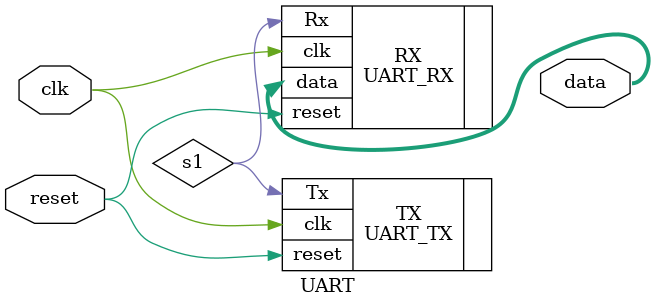
<source format=v>
`timescale 1ns / 1ps


module UART(
    input clk,
    input reset,
    output [7:0] data
    );
    
    wire s1;
    
    UART_TX TX(
    .clk(clk),
    .reset(reset),
    .Tx(s1)
    );
    
    UART_RX RX(
    .clk(clk),
    .reset(reset),
    .Rx(s1),
    .data(data)
    );
   
endmodule

</source>
